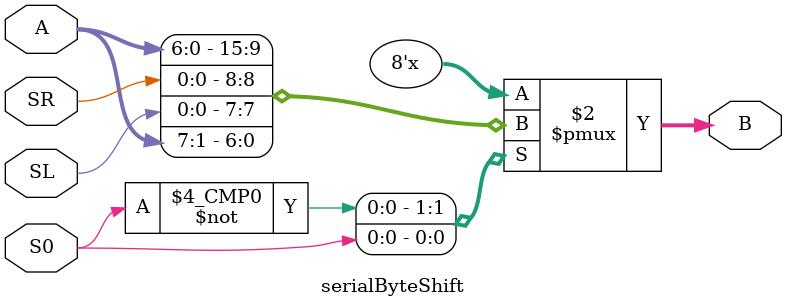
<source format=v>
`timescale 1ns/1ps

module mux4_1(S0, S1, I0, I1, I2, I3, out);
  input S0, S1, I0, I1, I2, I3;
  output out;

  wire out0, out1, out2, out3, s0_not, s1_not;

  not G1(s0_not, S0), 
      G2(s1_not, S1);

  and G3(out0, I0, s0_not, s1_not),
      G4(out1, I1, S0, s1_not),
      G5(out2, I2, s0_not, S1),
      G6(out3, I3, S0, S1);

  or G7(out, out0, out1, out2, out3);
endmodule

module full_adder(A, B, C_in, S, C_out);

  input A, B, C_in;
  output S, C_out;

  wire x1, a1, a2;

  xor G1(x1, A, B),
      G2(S, x1, C_in);

  and G3(a1, A, B),
      G4(a2, x1, C_in);

  or G5(C_out, a1, a2);

endmodule



module arithmetic_unit (
    input A0, A1, A2, A3,
    input B0, B1, B2, B3,
    input C_in,
    input S0, S1,
    output D0, D1, D2, D3,
    output C_out
);

wire one;
wire zero = 1'b0;

wire B0_out, B1_out, B2_out, B3_out;
wire C0, C1, C2;

wire B0_not, B1_not, B2_not, B3_not;

not G0(B0_not, B0);
not G1(B1_not, B1);
not G2(B2_not, B2);
not G3(B3_not, B3);

not G4(one, zero);

mux4_1 bit_0(S0, S1, B0, B0_not, zero, one, B0_out);
mux4_1 bit_1(S0, S1, B1, B1_not, zero, one, B1_out);
mux4_1 bit_2(S0, S1, B2, B2_not, zero, one, B2_out);
mux4_1 bit_3(S0, S1, B3, B3_not, zero, one, B3_out);

full_adder sum_0(A0, B0_out, C_in, D0, C0);
full_adder sum_1(A1, B1_out, C0, D1, C1);
full_adder sum_2(A2, B2_out, C1, D2, C2);
full_adder sum_3(A3, B3_out, C2, D3, C_out);

endmodule

module byteLogic(A,B,S,Y);
    input [7:0] A;
    input [7:0] B;
    input [1:0] S;
    output reg [7:0] Y;

    always @(*) begin
        case (S)
            2'b00: Y = A & B;  // AND
            2'b01: Y = A | B;  // OR
            2'b10: Y = A ^ B;  // XOR
            2'b11: Y = ~A;     // NOT
            default: Y = 8'b0;  // Default case
        endcase
    end
endmodule

module serialByteShift(A,B,S0,SL,SR);
    input [7:0] A;
    output reg [7:0] B;
    input S0, SL, SR;

    always @(*) begin
        case(S0)
            1'b0: begin  // Right shift operation with SR input
                B = {A[6:0], SR};
            end
            1'b1: begin  // Left shift operation with SL input
                B = {SL, A[7:1]};
            end
        endcase
    end
endmodule

</source>
